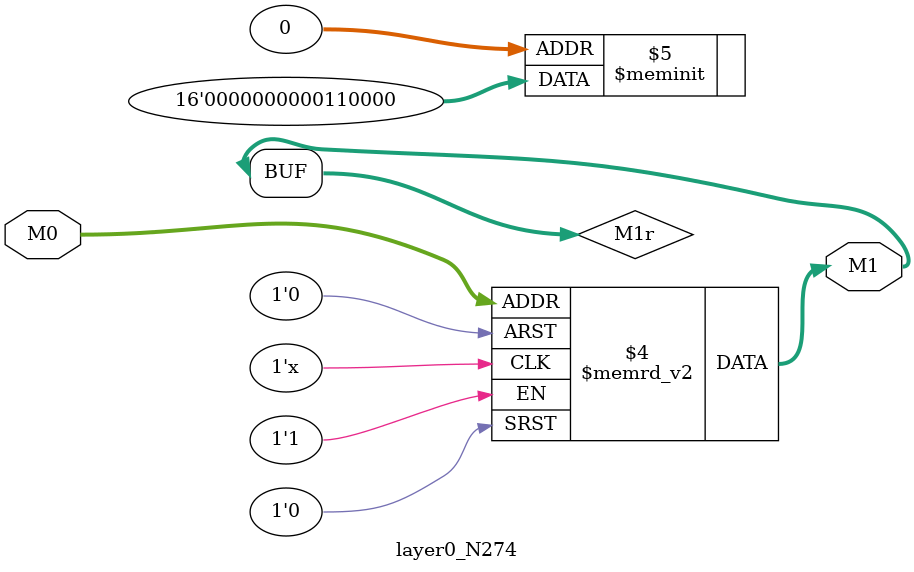
<source format=v>
module layer0_N274 ( input [2:0] M0, output [1:0] M1 );

	(*rom_style = "distributed" *) reg [1:0] M1r;
	assign M1 = M1r;
	always @ (M0) begin
		case (M0)
			3'b000: M1r = 2'b00;
			3'b100: M1r = 2'b00;
			3'b010: M1r = 2'b11;
			3'b110: M1r = 2'b00;
			3'b001: M1r = 2'b00;
			3'b101: M1r = 2'b00;
			3'b011: M1r = 2'b00;
			3'b111: M1r = 2'b00;

		endcase
	end
endmodule

</source>
